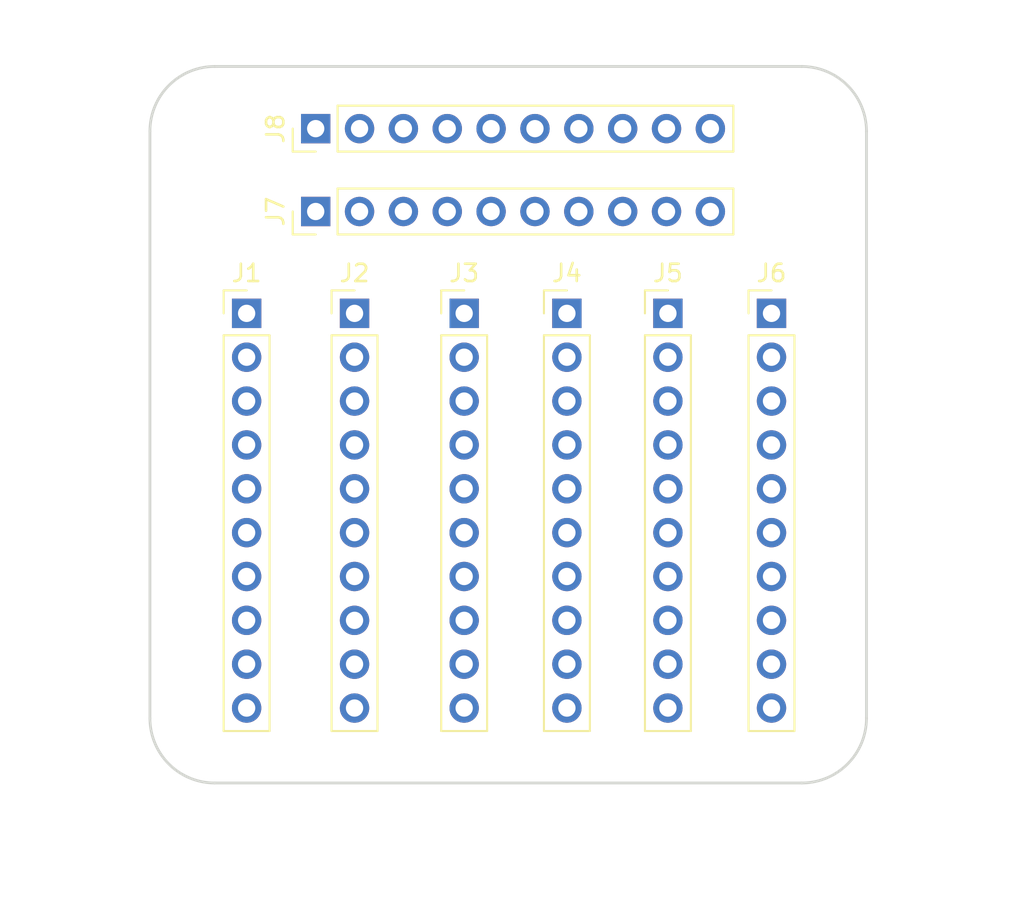
<source format=kicad_pcb>
(kicad_pcb (version 20240108) (generator "pcbnew") (generator_version "8.0")
  (layers (0 "F.Cu" signal) (31 "B.Cu" signal) (34 "B.Paste" user) (35 "F.Paste" user) (36 "B.SilkS" user "B.Silkscreen") (37 "F.SilkS" user "F.Silkscreen") (38 "B.Mask" user) (39 "F.Mask" user) (44 "Edge.Cuts" user))
  (net 0 "")
  (footprint "Connector_PinHeader_2.54mm:PinHeader_1x10_P2.54mm_Vertical" (layer "F.Cu") (at 135.6 73.5)
    (property "Reference" "J3" (at 0 -2.33 0) (layer "F.SilkS"))
    (property "Value" "Conn_01x10" (hide yes))
    (fp_line (start -1.33 -1.33) (end 0 -1.33) (stroke (width 0.12)) (layer "F.SilkS"))
    (fp_line (start -1.33 0) (end -1.33 -1.33) (stroke (width 0.12)) (layer "F.SilkS"))
    (fp_line (start -1.33 1.27) (end -1.33 24.19) (stroke (width 0.12)) (layer "F.SilkS"))
    (fp_line (start -1.33 1.27) (end 1.33 1.27) (stroke (width 0.12)) (layer "F.SilkS"))
    (fp_line (start -1.33 24.19) (end 1.33 24.19) (stroke (width 0.12)) (layer "F.SilkS"))
    (fp_line (start 1.33 1.27) (end 1.33 24.19) (stroke (width 0.12)) (layer "F.SilkS"))
    (pad "1" thru_hole rect (at 0 0) (size 1.7 1.7) (drill 1) (layers "*.Cu" "*.Mask"))
    (pad "2" thru_hole oval (at 0 2.54) (size 1.7 1.7) (drill 1) (layers "*.Cu" "*.Mask"))
    (pad "3" thru_hole oval (at 0 5.08) (size 1.7 1.7) (drill 1) (layers "*.Cu" "*.Mask"))
    (pad "4" thru_hole oval (at 0 7.62) (size 1.7 1.7) (drill 1) (layers "*.Cu" "*.Mask"))
    (pad "5" thru_hole oval (at 0 10.16) (size 1.7 1.7) (drill 1) (layers "*.Cu" "*.Mask"))
    (pad "6" thru_hole oval (at 0 12.7) (size 1.7 1.7) (drill 1) (layers "*.Cu" "*.Mask"))
    (pad "7" thru_hole oval (at 0 15.24) (size 1.7 1.7) (drill 1) (layers "*.Cu" "*.Mask"))
    (pad "8" thru_hole oval (at 0 17.78) (size 1.7 1.7) (drill 1) (layers "*.Cu" "*.Mask"))
    (pad "9" thru_hole oval (at 0 20.32) (size 1.7 1.7) (drill 1) (layers "*.Cu" "*.Mask"))
    (pad "10" thru_hole oval (at 0 22.86) (size 1.7 1.7) (drill 1) (layers "*.Cu" "*.Mask"))
  )
  (footprint "Connector_PinHeader_2.54mm:PinHeader_1x10_P2.54mm_Vertical" (layer "F.Cu") (at 127 67.6 90)
    (property "Reference" "J7" (at 0 -2.33 90) (layer "F.SilkS"))
    (property "Value" "Conn_01x10" (hide yes))
    (fp_line (start -1.33 -1.33) (end 0 -1.33) (stroke (width 0.12)) (layer "F.SilkS"))
    (fp_line (start -1.33 0) (end -1.33 -1.33) (stroke (width 0.12)) (layer "F.SilkS"))
    (fp_line (start 1.33 1.27) (end 1.33 24.19) (stroke (width 0.12)) (layer "F.SilkS"))
    (fp_line (start -1.33 1.27) (end 1.33 1.27) (stroke (width 0.12)) (layer "F.SilkS"))
    (fp_line (start -1.33 1.27) (end -1.33 24.19) (stroke (width 0.12)) (layer "F.SilkS"))
    (fp_line (start -1.33 24.19) (end 1.33 24.19) (stroke (width 0.12)) (layer "F.SilkS"))
    (pad "1" thru_hole rect (at 0 0 90) (size 1.7 1.7) (drill 1) (layers "*.Cu" "*.Mask"))
    (pad "2" thru_hole oval (at 0 2.54 90) (size 1.7 1.7) (drill 1) (layers "*.Cu" "*.Mask"))
    (pad "3" thru_hole oval (at 0 5.08 90) (size 1.7 1.7) (drill 1) (layers "*.Cu" "*.Mask"))
    (pad "4" thru_hole oval (at 0 7.62 90) (size 1.7 1.7) (drill 1) (layers "*.Cu" "*.Mask"))
    (pad "5" thru_hole oval (at 0 10.16 90) (size 1.7 1.7) (drill 1) (layers "*.Cu" "*.Mask"))
    (pad "6" thru_hole oval (at 0 12.7 90) (size 1.7 1.7) (drill 1) (layers "*.Cu" "*.Mask"))
    (pad "7" thru_hole oval (at 0 15.24 90) (size 1.7 1.7) (drill 1) (layers "*.Cu" "*.Mask"))
    (pad "8" thru_hole oval (at 0 17.78 90) (size 1.7 1.7) (drill 1) (layers "*.Cu" "*.Mask"))
    (pad "9" thru_hole oval (at 0 20.32 90) (size 1.7 1.7) (drill 1) (layers "*.Cu" "*.Mask"))
    (pad "10" thru_hole oval (at 0 22.86 90) (size 1.7 1.7) (drill 1) (layers "*.Cu" "*.Mask"))
  )
  (footprint "Connector_PinHeader_2.54mm:PinHeader_1x10_P2.54mm_Vertical" (layer "F.Cu") (at 123 73.5)
    (property "Reference" "J1" (at 0 -2.33 0) (layer "F.SilkS"))
    (property "Value" "Conn_01x10" (hide yes))
    (fp_line (start -1.33 -1.33) (end 0 -1.33) (stroke (width 0.12)) (layer "F.SilkS"))
    (fp_line (start -1.33 0) (end -1.33 -1.33) (stroke (width 0.12)) (layer "F.SilkS"))
    (fp_line (start -1.33 1.27) (end -1.33 24.19) (stroke (width 0.12)) (layer "F.SilkS"))
    (fp_line (start -1.33 1.27) (end 1.33 1.27) (stroke (width 0.12)) (layer "F.SilkS"))
    (fp_line (start -1.33 24.19) (end 1.33 24.19) (stroke (width 0.12)) (layer "F.SilkS"))
    (fp_line (start 1.33 1.27) (end 1.33 24.19) (stroke (width 0.12)) (layer "F.SilkS"))
    (pad "1" thru_hole rect (at 0 0) (size 1.7 1.7) (drill 1) (layers "*.Cu" "*.Mask"))
    (pad "2" thru_hole oval (at 0 2.54) (size 1.7 1.7) (drill 1) (layers "*.Cu" "*.Mask"))
    (pad "3" thru_hole oval (at 0 5.08) (size 1.7 1.7) (drill 1) (layers "*.Cu" "*.Mask"))
    (pad "4" thru_hole oval (at 0 7.62) (size 1.7 1.7) (drill 1) (layers "*.Cu" "*.Mask"))
    (pad "5" thru_hole oval (at 0 10.16) (size 1.7 1.7) (drill 1) (layers "*.Cu" "*.Mask"))
    (pad "6" thru_hole oval (at 0 12.7) (size 1.7 1.7) (drill 1) (layers "*.Cu" "*.Mask"))
    (pad "7" thru_hole oval (at 0 15.24) (size 1.7 1.7) (drill 1) (layers "*.Cu" "*.Mask"))
    (pad "8" thru_hole oval (at 0 17.78) (size 1.7 1.7) (drill 1) (layers "*.Cu" "*.Mask"))
    (pad "9" thru_hole oval (at 0 20.32) (size 1.7 1.7) (drill 1) (layers "*.Cu" "*.Mask"))
    (pad "10" thru_hole oval (at 0 22.86) (size 1.7 1.7) (drill 1) (layers "*.Cu" "*.Mask"))
  )
  (footprint "Connector_PinHeader_2.54mm:PinHeader_1x10_P2.54mm_Vertical" (layer "F.Cu") (at 153.4 73.5)
    (property "Reference" "J6" (at 0 -2.33 0) (layer "F.SilkS"))
    (property "Value" "Conn_01x10" (hide yes))
    (fp_line (start -1.33 -1.33) (end 0 -1.33) (stroke (width 0.12)) (layer "F.SilkS"))
    (fp_line (start -1.33 0) (end -1.33 -1.33) (stroke (width 0.12)) (layer "F.SilkS"))
    (fp_line (start -1.33 1.27) (end -1.33 24.19) (stroke (width 0.12)) (layer "F.SilkS"))
    (fp_line (start -1.33 1.27) (end 1.33 1.27) (stroke (width 0.12)) (layer "F.SilkS"))
    (fp_line (start -1.33 24.19) (end 1.33 24.19) (stroke (width 0.12)) (layer "F.SilkS"))
    (fp_line (start 1.33 1.27) (end 1.33 24.19) (stroke (width 0.12)) (layer "F.SilkS"))
    (pad "1" thru_hole rect (at 0 0) (size 1.7 1.7) (drill 1) (layers "*.Cu" "*.Mask"))
    (pad "2" thru_hole oval (at 0 2.54) (size 1.7 1.7) (drill 1) (layers "*.Cu" "*.Mask"))
    (pad "3" thru_hole oval (at 0 5.08) (size 1.7 1.7) (drill 1) (layers "*.Cu" "*.Mask"))
    (pad "4" thru_hole oval (at 0 7.62) (size 1.7 1.7) (drill 1) (layers "*.Cu" "*.Mask"))
    (pad "5" thru_hole oval (at 0 10.16) (size 1.7 1.7) (drill 1) (layers "*.Cu" "*.Mask"))
    (pad "6" thru_hole oval (at 0 12.7) (size 1.7 1.7) (drill 1) (layers "*.Cu" "*.Mask"))
    (pad "7" thru_hole oval (at 0 15.24) (size 1.7 1.7) (drill 1) (layers "*.Cu" "*.Mask"))
    (pad "8" thru_hole oval (at 0 17.78) (size 1.7 1.7) (drill 1) (layers "*.Cu" "*.Mask"))
    (pad "9" thru_hole oval (at 0 20.32) (size 1.7 1.7) (drill 1) (layers "*.Cu" "*.Mask"))
    (pad "10" thru_hole oval (at 0 22.86) (size 1.7 1.7) (drill 1) (layers "*.Cu" "*.Mask"))
  )
  (footprint "Connector_PinHeader_2.54mm:PinHeader_1x10_P2.54mm_Vertical" (layer "F.Cu") (at 127 62.8 90)
    (property "Reference" "J8" (at 0 -2.33 90) (layer "F.SilkS"))
    (property "Value" "Conn_01x10" (hide yes))
    (fp_line (start -1.33 -1.33) (end 0 -1.33) (stroke (width 0.12)) (layer "F.SilkS"))
    (fp_line (start -1.33 0) (end -1.33 -1.33) (stroke (width 0.12)) (layer "F.SilkS"))
    (fp_line (start 1.33 1.27) (end 1.33 24.19) (stroke (width 0.12)) (layer "F.SilkS"))
    (fp_line (start -1.33 1.27) (end 1.33 1.27) (stroke (width 0.12)) (layer "F.SilkS"))
    (fp_line (start -1.33 1.27) (end -1.33 24.19) (stroke (width 0.12)) (layer "F.SilkS"))
    (fp_line (start -1.33 24.19) (end 1.33 24.19) (stroke (width 0.12)) (layer "F.SilkS"))
    (pad "1" thru_hole rect (at 0 0 90) (size 1.7 1.7) (drill 1) (layers "*.Cu" "*.Mask"))
    (pad "2" thru_hole oval (at 0 2.54 90) (size 1.7 1.7) (drill 1) (layers "*.Cu" "*.Mask"))
    (pad "3" thru_hole oval (at 0 5.08 90) (size 1.7 1.7) (drill 1) (layers "*.Cu" "*.Mask"))
    (pad "4" thru_hole oval (at 0 7.62 90) (size 1.7 1.7) (drill 1) (layers "*.Cu" "*.Mask"))
    (pad "5" thru_hole oval (at 0 10.16 90) (size 1.7 1.7) (drill 1) (layers "*.Cu" "*.Mask"))
    (pad "6" thru_hole oval (at 0 12.7 90) (size 1.7 1.7) (drill 1) (layers "*.Cu" "*.Mask"))
    (pad "7" thru_hole oval (at 0 15.24 90) (size 1.7 1.7) (drill 1) (layers "*.Cu" "*.Mask"))
    (pad "8" thru_hole oval (at 0 17.78 90) (size 1.7 1.7) (drill 1) (layers "*.Cu" "*.Mask"))
    (pad "9" thru_hole oval (at 0 20.32 90) (size 1.7 1.7) (drill 1) (layers "*.Cu" "*.Mask"))
    (pad "10" thru_hole oval (at 0 22.86 90) (size 1.7 1.7) (drill 1) (layers "*.Cu" "*.Mask"))
  )
  (footprint "Connector_PinHeader_2.54mm:PinHeader_1x10_P2.54mm_Vertical" (layer "F.Cu") (at 141.55 73.5)
    (property "Reference" "J4" (at 0 -2.33 0) (layer "F.SilkS"))
    (property "Value" "Conn_01x10" (hide yes))
    (fp_line (start -1.33 -1.33) (end 0 -1.33) (stroke (width 0.12)) (layer "F.SilkS"))
    (fp_line (start -1.33 0) (end -1.33 -1.33) (stroke (width 0.12)) (layer "F.SilkS"))
    (fp_line (start -1.33 1.27) (end -1.33 24.19) (stroke (width 0.12)) (layer "F.SilkS"))
    (fp_line (start -1.33 1.27) (end 1.33 1.27) (stroke (width 0.12)) (layer "F.SilkS"))
    (fp_line (start -1.33 24.19) (end 1.33 24.19) (stroke (width 0.12)) (layer "F.SilkS"))
    (fp_line (start 1.33 1.27) (end 1.33 24.19) (stroke (width 0.12)) (layer "F.SilkS"))
    (pad "1" thru_hole rect (at 0 0) (size 1.7 1.7) (drill 1) (layers "*.Cu" "*.Mask"))
    (pad "2" thru_hole oval (at 0 2.54) (size 1.7 1.7) (drill 1) (layers "*.Cu" "*.Mask"))
    (pad "3" thru_hole oval (at 0 5.08) (size 1.7 1.7) (drill 1) (layers "*.Cu" "*.Mask"))
    (pad "4" thru_hole oval (at 0 7.62) (size 1.7 1.7) (drill 1) (layers "*.Cu" "*.Mask"))
    (pad "5" thru_hole oval (at 0 10.16) (size 1.7 1.7) (drill 1) (layers "*.Cu" "*.Mask"))
    (pad "6" thru_hole oval (at 0 12.7) (size 1.7 1.7) (drill 1) (layers "*.Cu" "*.Mask"))
    (pad "7" thru_hole oval (at 0 15.24) (size 1.7 1.7) (drill 1) (layers "*.Cu" "*.Mask"))
    (pad "8" thru_hole oval (at 0 17.78) (size 1.7 1.7) (drill 1) (layers "*.Cu" "*.Mask"))
    (pad "9" thru_hole oval (at 0 20.32) (size 1.7 1.7) (drill 1) (layers "*.Cu" "*.Mask"))
    (pad "10" thru_hole oval (at 0 22.86) (size 1.7 1.7) (drill 1) (layers "*.Cu" "*.Mask"))
  )
  (footprint "Connector_PinHeader_2.54mm:PinHeader_1x10_P2.54mm_Vertical" (layer "F.Cu") (at 147.4 73.5)
    (property "Reference" "J5" (at 0 -2.33 0) (layer "F.SilkS"))
    (property "Value" "Conn_01x10" (hide yes))
    (fp_line (start -1.33 -1.33) (end 0 -1.33) (stroke (width 0.12)) (layer "F.SilkS"))
    (fp_line (start -1.33 0) (end -1.33 -1.33) (stroke (width 0.12)) (layer "F.SilkS"))
    (fp_line (start -1.33 1.27) (end -1.33 24.19) (stroke (width 0.12)) (layer "F.SilkS"))
    (fp_line (start -1.33 1.27) (end 1.33 1.27) (stroke (width 0.12)) (layer "F.SilkS"))
    (fp_line (start -1.33 24.19) (end 1.33 24.19) (stroke (width 0.12)) (layer "F.SilkS"))
    (fp_line (start 1.33 1.27) (end 1.33 24.19) (stroke (width 0.12)) (layer "F.SilkS"))
    (pad "1" thru_hole rect (at 0 0) (size 1.7 1.7) (drill 1) (layers "*.Cu" "*.Mask"))
    (pad "2" thru_hole oval (at 0 2.54) (size 1.7 1.7) (drill 1) (layers "*.Cu" "*.Mask"))
    (pad "3" thru_hole oval (at 0 5.08) (size 1.7 1.7) (drill 1) (layers "*.Cu" "*.Mask"))
    (pad "4" thru_hole oval (at 0 7.62) (size 1.7 1.7) (drill 1) (layers "*.Cu" "*.Mask"))
    (pad "5" thru_hole oval (at 0 10.16) (size 1.7 1.7) (drill 1) (layers "*.Cu" "*.Mask"))
    (pad "6" thru_hole oval (at 0 12.7) (size 1.7 1.7) (drill 1) (layers "*.Cu" "*.Mask"))
    (pad "7" thru_hole oval (at 0 15.24) (size 1.7 1.7) (drill 1) (layers "*.Cu" "*.Mask"))
    (pad "8" thru_hole oval (at 0 17.78) (size 1.7 1.7) (drill 1) (layers "*.Cu" "*.Mask"))
    (pad "9" thru_hole oval (at 0 20.32) (size 1.7 1.7) (drill 1) (layers "*.Cu" "*.Mask"))
    (pad "10" thru_hole oval (at 0 22.86) (size 1.7 1.7) (drill 1) (layers "*.Cu" "*.Mask"))
  )
  (footprint "Connector_PinHeader_2.54mm:PinHeader_1x10_P2.54mm_Vertical" (layer "F.Cu") (at 129.25 73.5)
    (property "Reference" "J2" (at 0 -2.33 0) (layer "F.SilkS"))
    (property "Value" "Conn_01x10" (hide yes))
    (fp_line (start -1.33 -1.33) (end 0 -1.33) (stroke (width 0.12)) (layer "F.SilkS"))
    (fp_line (start -1.33 0) (end -1.33 -1.33) (stroke (width 0.12)) (layer "F.SilkS"))
    (fp_line (start -1.33 1.27) (end -1.33 24.19) (stroke (width 0.12)) (layer "F.SilkS"))
    (fp_line (start -1.33 1.27) (end 1.33 1.27) (stroke (width 0.12)) (layer "F.SilkS"))
    (fp_line (start -1.33 24.19) (end 1.33 24.19) (stroke (width 0.12)) (layer "F.SilkS"))
    (fp_line (start 1.33 1.27) (end 1.33 24.19) (stroke (width 0.12)) (layer "F.SilkS"))
    (pad "1" thru_hole rect (at 0 0) (size 1.7 1.7) (drill 1) (layers "*.Cu" "*.Mask"))
    (pad "2" thru_hole oval (at 0 2.54) (size 1.7 1.7) (drill 1) (layers "*.Cu" "*.Mask"))
    (pad "3" thru_hole oval (at 0 5.08) (size 1.7 1.7) (drill 1) (layers "*.Cu" "*.Mask"))
    (pad "4" thru_hole oval (at 0 7.62) (size 1.7 1.7) (drill 1) (layers "*.Cu" "*.Mask"))
    (pad "5" thru_hole oval (at 0 10.16) (size 1.7 1.7) (drill 1) (layers "*.Cu" "*.Mask"))
    (pad "6" thru_hole oval (at 0 12.7) (size 1.7 1.7) (drill 1) (layers "*.Cu" "*.Mask"))
    (pad "7" thru_hole oval (at 0 15.24) (size 1.7 1.7) (drill 1) (layers "*.Cu" "*.Mask"))
    (pad "8" thru_hole oval (at 0 17.78) (size 1.7 1.7) (drill 1) (layers "*.Cu" "*.Mask"))
    (pad "9" thru_hole oval (at 0 20.32) (size 1.7 1.7) (drill 1) (layers "*.Cu" "*.Mask"))
    (pad "10" thru_hole oval (at 0 22.86) (size 1.7 1.7) (drill 1) (layers "*.Cu" "*.Mask"))
  )
  (gr_line (start 117.4 62.95) (end 117.4 96.95) (stroke (width 0.16)) (layer "Edge.Cuts"))
  (gr_arc (start 158.9 96.95) (mid 157.80165 99.60165) (end 155.15 100.7) (stroke (width 0.16)) (layer "Edge.Cuts"))
  (gr_arc (start 155.15 59.2) (mid 157.80165 60.29835) (end 158.9 62.95) (stroke (width 0.16)) (layer "Edge.Cuts"))
  (gr_line (start 158.9 96.95) (end 158.9 62.95) (stroke (width 0.16)) (layer "Edge.Cuts"))
  (gr_arc (start 121.15 100.7) (mid 118.49835 99.60165) (end 117.4 96.95) (stroke (width 0.16)) (layer "Edge.Cuts"))
  (gr_arc (start 117.4 62.95) (mid 118.49835 60.29835) (end 121.15 59.2) (stroke (width 0.16)) (layer "Edge.Cuts"))
  (gr_line (start 155.15 59.2) (end 121.15 59.2) (stroke (width 0.16)) (layer "Edge.Cuts"))
  (gr_line (start 121.15 100.7) (end 155.15 100.7) (stroke (width 0.16)) (layer "Edge.Cuts"))
)
</source>
